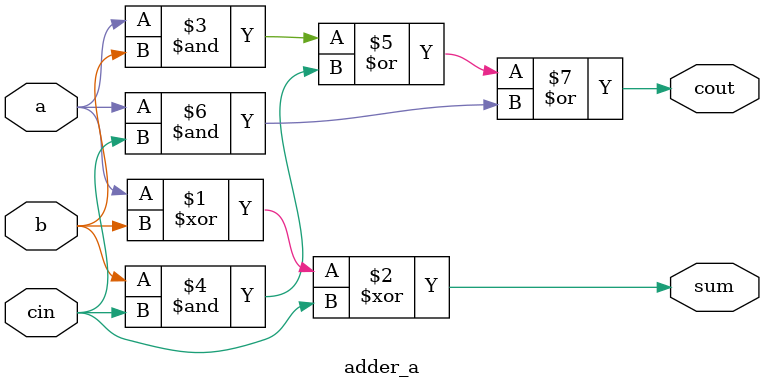
<source format=v>
module adder_a(input a, input b, input cin, output sum, output cout);
  assign sum = a ^ b ^ cin;
  assign cout = (a & b) | (b & cin) | (a & cin);
endmodule

</source>
